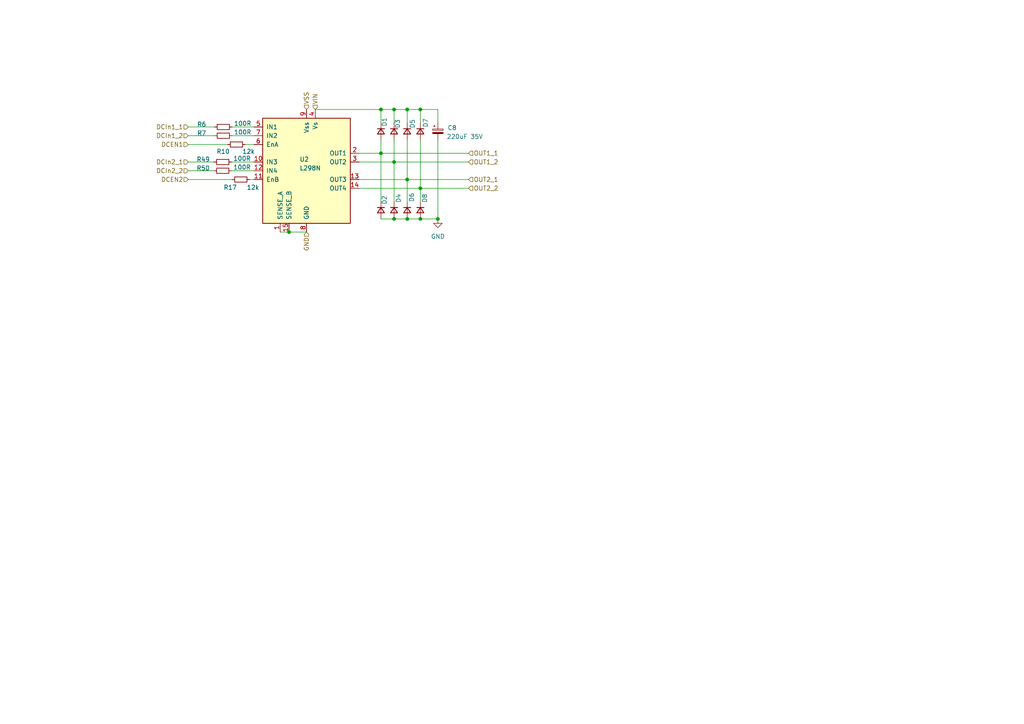
<source format=kicad_sch>
(kicad_sch (version 20231120) (generator "eeschema") (generator_version "8.0")
  (paper "A4")
  (lib_symbols
    (symbol "Device:C_Polarized_Small" (pin_numbers hide) (pin_names (offset 0.254) hide)
      (property "Reference" "C" (at 0.254 1.778 0))
      (property "Value" "C_Polarized_Small" (at 0.254 -2.032 0))
      (symbol "C_Polarized_Small_0_1"
        (rectangle (start -1.524 -0.3048) (end 1.524 -0.6858) (fill (type outline)))
        (rectangle (start -1.524 0.6858) (end 1.524 0.3048))
        (polyline (pts (xy -1.27 1.524) (xy -0.762 1.524)))
        (polyline (pts (xy -1.016 1.27) (xy -1.016 1.778)))
      )
      (symbol "C_Polarized_Small_1_1"
        (pin passive line (at 0 2.54 270) (length 1.8542) (name "~") (number "1"))
        (pin passive line (at 0 -2.54 90) (length 1.8542) (name "~") (number "2"))
      )
    )
    (symbol "Device:D_Small" (pin_numbers hide) (pin_names (offset 0.254) hide)
      (property "Reference" "D" (at -1.27 2.032 0))
      (property "Value" "D_Small" (at -3.81 -2.032 0))
      (symbol "D_Small_0_1"
        (polyline (pts (xy -0.762 -1.016) (xy -0.762 1.016)) (stroke (width 0.254)))
        (polyline (pts (xy -0.762 0) (xy 0.762 0)))
        (polyline (pts (xy 0.762 -1.016) (xy -0.762 0) (xy 0.762 1.016) (xy 0.762 -1.016)) (stroke (width 0.254)))
      )
      (symbol "D_Small_1_1"
        (pin passive line (at -2.54 0 0) (length 1.778) (name "K") (number "1"))
        (pin passive line (at 2.54 0 180) (length 1.778) (name "A") (number "2"))
      )
    )
    (symbol "Device:R_Small" (pin_numbers hide) (pin_names (offset 0.254) hide)
      (property "Reference" "R" (at 0.762 0.508 0))
      (property "Value" "R_Small" (at 0.762 -1.016 0))
      (symbol "R_Small_0_1"
        (rectangle (start -0.762 1.778) (end 0.762 -1.778) (stroke (width 0.2032)))
      )
      (symbol "R_Small_1_1"
        (pin passive line (at 0 2.54 270) (length 0.762) (name "~") (number "1"))
        (pin passive line (at 0 -2.54 90) (length 0.762) (name "~") (number "2"))
      )
    )
    (symbol "Driver_Motor:L298N" (pin_names (offset 1.016))
      (property "Reference" "U" (at -10.16 16.51 0))
      (property "Value" "L298N" (at 12.7 16.51 0))
      (symbol "L298N_0_1"
        (rectangle (start -12.7 15.24) (end 12.7 -15.24) (stroke (width 0.254)) (fill (type background)))
      )
      (symbol "L298N_1_1"
        (pin power_in line (at -7.62 -17.78 90) (length 2.54) (name "SENSE_A") (number "1"))
        (pin input line (at -15.24 2.54 0) (length 2.54) (name "IN3") (number "10"))
        (pin input line (at -15.24 -2.54 0) (length 2.54) (name "EnB") (number "11"))
        (pin input line (at -15.24 0 0) (length 2.54) (name "IN4") (number "12"))
        (pin output line (at 15.24 -2.54 180) (length 2.54) (name "OUT3") (number "13"))
        (pin output line (at 15.24 -5.08 180) (length 2.54) (name "OUT4") (number "14"))
        (pin power_in line (at -5.08 -17.78 90) (length 2.54) (name "SENSE_B") (number "15"))
        (pin output line (at 15.24 5.08 180) (length 2.54) (name "OUT1") (number "2"))
        (pin output line (at 15.24 2.54 180) (length 2.54) (name "OUT2") (number "3"))
        (pin power_in line (at 2.54 17.78 270) (length 2.54) (name "Vs") (number "4"))
        (pin input line (at -15.24 12.7 0) (length 2.54) (name "IN1") (number "5"))
        (pin input line (at -15.24 7.62 0) (length 2.54) (name "EnA") (number "6"))
        (pin input line (at -15.24 10.16 0) (length 2.54) (name "IN2") (number "7"))
        (pin power_in line (at 0 -17.78 90) (length 2.54) (name "GND") (number "8"))
        (pin power_in line (at 0 17.78 270) (length 2.54) (name "Vss") (number "9"))
      )
    )
    (symbol "power:GND" (power) (pin_numbers hide) (pin_names (offset 0) hide)
      (property "Value" "GND" (at 0 -3.81 0))
      (symbol "GND_0_1"
        (polyline (pts (xy 0 0) (xy 0 -1.27) (xy 1.27 -1.27) (xy 0 -2.54) (xy -1.27 -1.27) (xy 0 -1.27)))
      )
      (symbol "GND_1_1"
        (pin power_in line (at 0 0 270) (length 0) (name "~") (number "1"))
      )
    )
  )
  (junction (at 118.11 63.5))
  (junction (at 127 63.5))
  (junction (at 114.3 63.5))
  (junction (at 121.92 54.61))
  (junction (at 114.3 46.99))
  (junction (at 83.82 67.31))
  (junction (at 118.11 52.07))
  (junction (at 110.49 44.45))
  (junction (at 121.92 31.75))
  (junction (at 118.11 31.75))
  (junction (at 114.3 31.75))
  (junction (at 110.49 31.75))
  (junction (at 121.92 63.5))
  (wire (pts (xy 110.49 40.64) (xy 110.49 44.45)))
  (wire (pts (xy 54.61 39.37) (xy 62.23 39.37)))
  (wire (pts (xy 54.61 36.83) (xy 62.23 36.83)))
  (wire (pts (xy 118.11 40.64) (xy 118.11 52.07)))
  (wire (pts (xy 72.39 52.07) (xy 73.66 52.07)))
  (wire (pts (xy 118.11 52.07) (xy 135.89 52.07)))
  (wire (pts (xy 121.92 40.64) (xy 121.92 54.61)))
  (wire (pts (xy 104.14 52.07) (xy 118.11 52.07)))
  (wire (pts (xy 81.28 67.31) (xy 83.82 67.31)))
  (wire (pts (xy 127 31.75) (xy 121.92 31.75)))
  (wire (pts (xy 54.61 52.07) (xy 67.31 52.07)))
  (wire (pts (xy 114.3 63.5) (xy 118.11 63.5)))
  (wire (pts (xy 127 63.5) (xy 121.92 63.5)))
  (wire (pts (xy 110.49 31.75) (xy 110.49 35.56)))
  (wire (pts (xy 67.1467 49.53) (xy 73.66 49.53)))
  (wire (pts (xy 114.3 46.99) (xy 114.3 58.42)))
  (wire (pts (xy 83.82 67.31) (xy 88.9 67.31)))
  (wire (pts (xy 127 40.64) (xy 127 63.5)))
  (wire (pts (xy 104.14 44.45) (xy 110.49 44.45)))
  (wire (pts (xy 110.49 31.75) (xy 114.3 31.75)))
  (wire (pts (xy 104.14 54.61) (xy 121.92 54.61)))
  (wire (pts (xy 114.3 35.56) (xy 114.3 31.75)))
  (wire (pts (xy 114.3 40.64) (xy 114.3 46.99)))
  (wire (pts (xy 114.3 46.99) (xy 135.89 46.99)))
  (wire (pts (xy 67.31 39.37) (xy 73.66 39.37)))
  (wire (pts (xy 54.61 46.99) (xy 62.0667 46.99)))
  (wire (pts (xy 110.49 63.5) (xy 114.3 63.5)))
  (wire (pts (xy 114.3 31.75) (xy 118.11 31.75)))
  (wire (pts (xy 127 35.56) (xy 127 31.75)))
  (wire (pts (xy 110.49 44.45) (xy 135.89 44.45)))
  (wire (pts (xy 67.1467 46.99) (xy 73.66 46.99)))
  (wire (pts (xy 121.92 54.61) (xy 135.89 54.61)))
  (wire (pts (xy 118.11 52.07) (xy 118.11 58.42)))
  (wire (pts (xy 118.11 35.56) (xy 118.11 31.75)))
  (wire (pts (xy 91.44 31.75) (xy 110.49 31.75)))
  (wire (pts (xy 121.92 54.61) (xy 121.92 58.42)))
  (wire (pts (xy 121.92 35.56) (xy 121.92 31.75)))
  (wire (pts (xy 110.49 58.42) (xy 110.49 44.45)))
  (wire (pts (xy 118.11 63.5) (xy 121.92 63.5)))
  (wire (pts (xy 54.61 49.53) (xy 62.0667 49.53)))
  (wire (pts (xy 54.61 41.91) (xy 66.04 41.91)))
  (wire (pts (xy 104.14 46.99) (xy 114.3 46.99)))
  (wire (pts (xy 71.12 41.91) (xy 73.66 41.91)))
  (wire (pts (xy 118.11 31.75) (xy 121.92 31.75)))
  (wire (pts (xy 67.31 36.83) (xy 73.66 36.83)))
  (hierarchical_label "GND" (shape input) (at 88.9 67.31 270))
  (hierarchical_label "DCIn2_1" (shape input) (at 54.61 46.99 180))
  (hierarchical_label "OUT1_2" (shape input) (at 135.89 46.99 0))
  (hierarchical_label "VSS" (shape input) (at 88.9 31.75 90))
  (hierarchical_label "DCIn1_2" (shape input) (at 54.61 39.37 180))
  (hierarchical_label "DCIn2_2" (shape input) (at 54.61 49.53 180))
  (hierarchical_label "OUT2_1" (shape input) (at 135.89 52.07 0))
  (hierarchical_label "OUT2_2" (shape input) (at 135.89 54.61 0))
  (hierarchical_label "OUT1_1" (shape input) (at 135.89 44.45 0))
  (hierarchical_label "VIN" (shape input) (at 91.44 31.75 90))
  (hierarchical_label "DCEN1" (shape input) (at 54.61 41.91 180))
  (hierarchical_label "DCIn1_1" (shape input) (at 54.61 36.83 180))
  (hierarchical_label "DCEN2" (shape input) (at 54.61 52.07 180))
  (symbol (lib_id "Device:R_Small") (at 69.85 52.07 270) (unit 1)
    (property "Reference" "R17" (at 66.7731 54.356 90))
    (property "Value" "12k" (at 73.3771 54.356 90))
    (property "Footprint" "Resistor_SMD:R_0805_2012Metric" (effects (hide yes)))
    (property "Description" "Resistor, small symbol" (effects (hide yes)))
    (instances (project "" (path "" (reference "R17") (unit 1)) (path "" (reference "R58") (unit 1)) (path "" (reference "R60") (unit 1))))
  )
  (symbol (lib_id "Device:D_Small") (at 121.92 38.1 270) (unit 1)
    (property "Reference" "D7" (at 123.444 34.29 0) (effects (justify left)))
    (property "Value" "1N4007" (effects (hide yes)))
    (property "Footprint" "Diode_SMD:D_SOD-123" (effects (hide yes)))
    (property "Description" "Diode, small symbol" (effects (hide yes)))
    (property "Sim.Device" "D" (effects (hide yes)))
    (property "Sim.Pins" "1=K 2=A" (effects (hide yes)))
    (instances (project "" (path "" (reference "D7") (unit 1)) (path "" (reference "D15") (unit 1)) (path "" (reference "D23") (unit 1))))
  )
  (symbol (lib_id "Device:D_Small") (at 114.3 38.1 270) (unit 1)
    (property "Reference" "D3" (at 115.316 34.544 0) (effects (justify left)))
    (property "Value" "1N4007" (effects (hide yes)))
    (property "Footprint" "Diode_SMD:D_SOD-123" (effects (hide yes)))
    (property "Description" "Diode, small symbol" (effects (hide yes)))
    (property "Sim.Device" "D" (effects (hide yes)))
    (property "Sim.Pins" "1=K 2=A" (effects (hide yes)))
    (instances (project "" (path "" (reference "D3") (unit 1)) (path "" (reference "D11") (unit 1)) (path "" (reference "D19") (unit 1))))
  )
  (symbol (lib_id "Device:R_Small") (at 64.77 36.83 270) (unit 1)
    (property "Reference" "R6" (at 57.15 36.068 90) (effects (justify left)))
    (property "Value" "100R" (at 67.818 35.814 90) (effects (justify left)))
    (property "Footprint" "Resistor_SMD:R_0805_2012Metric" (effects (hide yes)))
    (property "Description" "Resistor, small symbol" (effects (hide yes)))
    (instances (project "controllerForVehicle" (path "" (reference "R6") (unit 1)) (path "" (reference "R47") (unit 1)) (path "" (reference "R45") (unit 1))))
  )
  (symbol (lib_id "Device:D_Small") (at 118.11 60.96 270) (unit 1)
    (property "Reference" "D6" (at 119.38 55.88 0) (effects (justify left)))
    (property "Value" "1N4007" (effects (hide yes)))
    (property "Footprint" "Diode_SMD:D_SOD-123" (effects (hide yes)))
    (property "Description" "Diode, small symbol" (effects (hide yes)))
    (property "Sim.Device" "D" (effects (hide yes)))
    (property "Sim.Pins" "1=K 2=A" (effects (hide yes)))
    (instances (project "" (path "" (reference "D6") (unit 1)) (path "" (reference "D14") (unit 1)) (path "" (reference "D22") (unit 1))))
  )
  (symbol (lib_id "Device:D_Small") (at 118.11 38.1 270) (unit 1)
    (property "Reference" "D5" (at 119.634 34.544 0) (effects (justify left)))
    (property "Value" "1N4007" (effects (hide yes)))
    (property "Footprint" "Diode_SMD:D_SOD-123" (effects (hide yes)))
    (property "Description" "Diode, small symbol" (effects (hide yes)))
    (property "Sim.Device" "D" (effects (hide yes)))
    (property "Sim.Pins" "1=K 2=A" (effects (hide yes)))
    (instances (project "" (path "" (reference "D5") (unit 1)) (path "" (reference "D13") (unit 1)) (path "" (reference "D21") (unit 1))))
  )
  (symbol (lib_id "power:GND") (at 127 63.5 0) (unit 1)
    (property "Reference" "#PWR011" (effects (hide yes)))
    (property "Value" "GND" (at 127 68.58 0))
    (property "Description" "Power symbol creates a global label with name \"GND\" , ground" (effects (hide yes)))
    (instances (project "" (path "" (reference "#PWR011") (unit 1)) (path "" (reference "#PWR03") (unit 1)) (path "" (reference "#PWR05") (unit 1))))
  )
  (symbol (lib_id "Device:C_Polarized_Small") (at 127 38.1 0) (unit 1)
    (property "Reference" "C8" (at 129.794 37.084 0) (effects (justify left)))
    (property "Value" "220uF 35V" (at 129.54 39.624 0) (effects (justify left)))
    (property "Footprint" "Capacitor_SMD:CP_Elec_8x10.5" (effects (hide yes)))
    (property "Description" "Polarized capacitor, small symbol" (effects (hide yes)))
    (instances (project "" (path "" (reference "C8") (unit 1)) (path "" (reference "C11") (unit 1)) (path "" (reference "C12") (unit 1))))
  )
  (symbol (lib_id "Device:R_Small") (at 64.6067 49.53 270) (unit 1)
    (property "Reference" "R50" (at 56.9867 48.768 90) (effects (justify left)))
    (property "Value" "100R" (at 67.6547 48.514 90) (effects (justify left)))
    (property "Footprint" "Resistor_SMD:R_0805_2012Metric" (effects (hide yes)))
    (property "Description" "Resistor, small symbol" (effects (hide yes)))
    (instances (project "controllerForVehicle" (path "" (reference "R50") (unit 1)) (path "" (reference "R70") (unit 1)) (path "" (reference "R63") (unit 1))))
  )
  (symbol (lib_id "Device:R_Small") (at 64.77 39.37 270) (unit 1)
    (property "Reference" "R7" (at 57.15 38.608 90) (effects (justify left)))
    (property "Value" "100R" (at 67.818 38.354 90) (effects (justify left)))
    (property "Footprint" "Resistor_SMD:R_0805_2012Metric" (effects (hide yes)))
    (property "Description" "Resistor, small symbol" (effects (hide yes)))
    (instances (project "controllerForVehicle" (path "" (reference "R7") (unit 1)) (path "" (reference "R48") (unit 1)) (path "" (reference "R46") (unit 1))))
  )
  (symbol (lib_id "Device:R_Small") (at 64.6067 46.99 270) (unit 1)
    (property "Reference" "R49" (at 56.9867 46.228 90) (effects (justify left)))
    (property "Value" "100R" (at 67.6547 45.974 90) (effects (justify left)))
    (property "Footprint" "Resistor_SMD:R_0805_2012Metric" (effects (hide yes)))
    (property "Description" "Resistor, small symbol" (effects (hide yes)))
    (instances (project "controllerForVehicle" (path "" (reference "R49") (unit 1)) (path "" (reference "R64") (unit 1)) (path "" (reference "R62") (unit 1))))
  )
  (symbol (lib_id "Device:D_Small") (at 110.49 38.1 270) (unit 1)
    (property "Reference" "D1" (at 111.506 34.036 0) (effects (justify left)))
    (property "Value" "1N4007" (effects (hide yes)))
    (property "Footprint" "Diode_SMD:D_SOD-123" (effects (hide yes)))
    (property "Description" "Diode, small symbol" (effects (hide yes)))
    (property "Sim.Device" "D" (effects (hide yes)))
    (property "Sim.Pins" "1=K 2=A" (effects (hide yes)))
    (instances (project "" (path "" (reference "D1") (unit 1)) (path "" (reference "D9") (unit 1)) (path "" (reference "D17") (unit 1))))
  )
  (symbol (lib_id "Device:D_Small") (at 110.49 60.96 270) (unit 1)
    (property "Reference" "D2" (at 111.506 56.642 0) (effects (justify left)))
    (property "Value" "1N4007" (effects (hide yes)))
    (property "Footprint" "Diode_SMD:D_SOD-123" (effects (hide yes)))
    (property "Description" "Diode, small symbol" (effects (hide yes)))
    (property "Sim.Device" "D" (effects (hide yes)))
    (property "Sim.Pins" "1=K 2=A" (effects (hide yes)))
    (instances (project "" (path "" (reference "D2") (unit 1)) (path "" (reference "D10") (unit 1)) (path "" (reference "D18") (unit 1))))
  )
  (symbol (lib_id "Device:D_Small") (at 114.3 60.96 270) (unit 1)
    (property "Reference" "D4" (at 115.57 56.134 0) (effects (justify left)))
    (property "Value" "1N4007" (effects (hide yes)))
    (property "Footprint" "Diode_SMD:D_SOD-123" (effects (hide yes)))
    (property "Description" "Diode, small symbol" (effects (hide yes)))
    (property "Sim.Device" "D" (effects (hide yes)))
    (property "Sim.Pins" "1=K 2=A" (effects (hide yes)))
    (instances (project "" (path "" (reference "D4") (unit 1)) (path "" (reference "D12") (unit 1)) (path "" (reference "D20") (unit 1))))
  )
  (symbol (lib_id "Device:R_Small") (at 68.58 41.91 270) (unit 1)
    (property "Reference" "R10" (at 64.7253 43.942 90))
    (property "Value" "12k" (at 72.0913 43.942 90))
    (property "Footprint" "Resistor_SMD:R_0805_2012Metric" (effects (hide yes)))
    (property "Description" "Resistor, small symbol" (effects (hide yes)))
    (instances (project "" (path "" (reference "R10") (unit 1)) (path "" (reference "R18") (unit 1)) (path "" (reference "R59") (unit 1))))
  )
  (symbol (lib_id "Driver_Motor:L298N") (at 88.9 49.53 0) (unit 1)
    (property "Reference" "U2" (at 86.868 46.228 0) (effects (justify left)))
    (property "Value" "L298N" (at 86.868 48.768 0) (effects (justify left)))
    (property "Footprint" "Package_TO_SOT_THT:TO-220-15_P2.54x2.54mm_StaggerOdd_Lead4.58mm_Vertical" (effects (hide yes)))
    (property "Datasheet" "http://www.st.com/st-web-ui/static/active/en/resource/technical/document/datasheet/CD00000240.pdf" (effects (hide yes)))
    (property "Description" "Dual full bridge motor driver, up to 46V, 4A, Multiwatt15-V" (effects (hide yes)))
    (instances (project "" (path "" (reference "U2") (unit 1)) (path "" (reference "U3") (unit 1)) (path "" (reference "U4") (unit 1))))
  )
  (symbol (lib_id "Device:D_Small") (at 121.92 60.96 270) (unit 1)
    (property "Reference" "D8" (at 123.19 56.134 0) (effects (justify left)))
    (property "Value" "1N4007" (effects (hide yes)))
    (property "Footprint" "Diode_SMD:D_SOD-123" (effects (hide yes)))
    (property "Description" "Diode, small symbol" (effects (hide yes)))
    (property "Sim.Device" "D" (effects (hide yes)))
    (property "Sim.Pins" "1=K 2=A" (effects (hide yes)))
    (instances (project "" (path "" (reference "D8") (unit 1)) (path "" (reference "D16") (unit 1)) (path "" (reference "D24") (unit 1))))
  )
)
</source>
